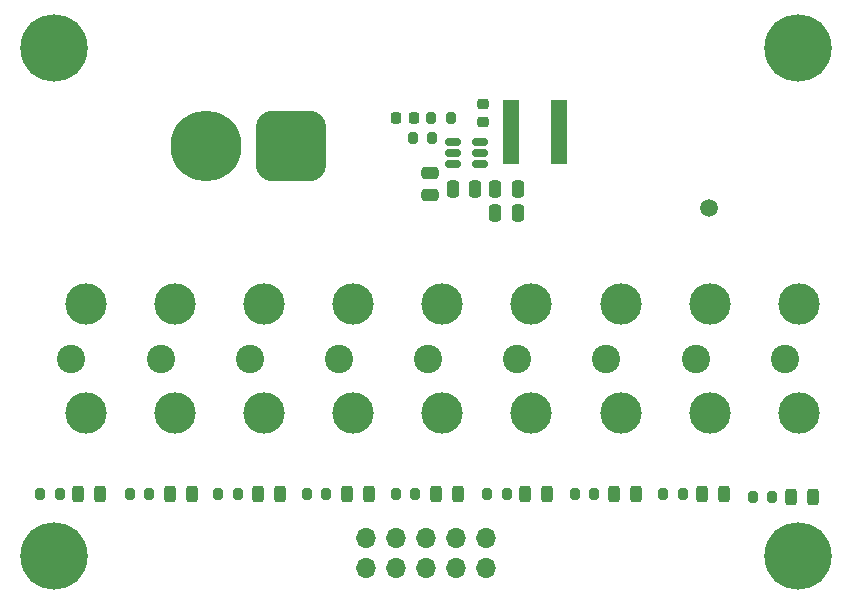
<source format=gbr>
%TF.GenerationSoftware,KiCad,Pcbnew,7.0.11-rc3*%
%TF.CreationDate,2025-03-16T23:27:26+08:00*%
%TF.ProjectId,fuse_box,66757365-5f62-46f7-982e-6b696361645f,rev?*%
%TF.SameCoordinates,Original*%
%TF.FileFunction,Soldermask,Top*%
%TF.FilePolarity,Negative*%
%FSLAX46Y46*%
G04 Gerber Fmt 4.6, Leading zero omitted, Abs format (unit mm)*
G04 Created by KiCad (PCBNEW 7.0.11-rc3) date 2025-03-16 23:27:26*
%MOMM*%
%LPD*%
G01*
G04 APERTURE LIST*
G04 Aperture macros list*
%AMRoundRect*
0 Rectangle with rounded corners*
0 $1 Rounding radius*
0 $2 $3 $4 $5 $6 $7 $8 $9 X,Y pos of 4 corners*
0 Add a 4 corners polygon primitive as box body*
4,1,4,$2,$3,$4,$5,$6,$7,$8,$9,$2,$3,0*
0 Add four circle primitives for the rounded corners*
1,1,$1+$1,$2,$3*
1,1,$1+$1,$4,$5*
1,1,$1+$1,$6,$7*
1,1,$1+$1,$8,$9*
0 Add four rect primitives between the rounded corners*
20,1,$1+$1,$2,$3,$4,$5,0*
20,1,$1+$1,$4,$5,$6,$7,0*
20,1,$1+$1,$6,$7,$8,$9,0*
20,1,$1+$1,$8,$9,$2,$3,0*%
G04 Aperture macros list end*
%ADD10C,5.700000*%
%ADD11RoundRect,0.243750X-0.243750X-0.456250X0.243750X-0.456250X0.243750X0.456250X-0.243750X0.456250X0*%
%ADD12C,2.400000*%
%ADD13C,3.500000*%
%ADD14RoundRect,1.500000X1.500000X1.500000X-1.500000X1.500000X-1.500000X-1.500000X1.500000X-1.500000X0*%
%ADD15C,6.000000*%
%ADD16RoundRect,0.200000X-0.200000X-0.275000X0.200000X-0.275000X0.200000X0.275000X-0.200000X0.275000X0*%
%ADD17RoundRect,0.250000X0.250000X0.475000X-0.250000X0.475000X-0.250000X-0.475000X0.250000X-0.475000X0*%
%ADD18R,1.430000X5.500000*%
%ADD19C,1.500000*%
%ADD20RoundRect,0.250000X-0.250000X-0.475000X0.250000X-0.475000X0.250000X0.475000X-0.250000X0.475000X0*%
%ADD21RoundRect,0.150000X-0.512500X-0.150000X0.512500X-0.150000X0.512500X0.150000X-0.512500X0.150000X0*%
%ADD22RoundRect,0.225000X-0.250000X0.225000X-0.250000X-0.225000X0.250000X-0.225000X0.250000X0.225000X0*%
%ADD23RoundRect,0.225000X-0.225000X-0.250000X0.225000X-0.250000X0.225000X0.250000X-0.225000X0.250000X0*%
%ADD24RoundRect,0.250000X-0.475000X0.250000X-0.475000X-0.250000X0.475000X-0.250000X0.475000X0.250000X0*%
%ADD25O,1.700000X1.700000*%
G04 APERTURE END LIST*
D10*
%TO.C,H3*%
X131300000Y-40100000D03*
%TD*%
D11*
%TO.C,D2*%
X123175000Y-77850000D03*
X125050000Y-77850000D03*
%TD*%
D12*
%TO.C,F6*%
X92430000Y-66400000D03*
D13*
X93630000Y-61800000D03*
X93630000Y-71000000D03*
%TD*%
D14*
%TO.C,J1*%
X88400000Y-48400000D03*
D15*
X81200000Y-48400000D03*
%TD*%
D16*
%TO.C,R9*%
X98675000Y-47750000D03*
X100325000Y-47750000D03*
%TD*%
%TO.C,R7*%
X82225000Y-77850000D03*
X83875000Y-77850000D03*
%TD*%
D12*
%TO.C,F9*%
X69780000Y-66400000D03*
D13*
X70980000Y-61800000D03*
X70980000Y-71000000D03*
%TD*%
D17*
%TO.C,C5*%
X107550000Y-54100000D03*
X105650000Y-54100000D03*
%TD*%
D16*
%TO.C,R1*%
X127475000Y-78100000D03*
X129125000Y-78100000D03*
%TD*%
D12*
%TO.C,F5*%
X99980000Y-66400000D03*
D13*
X101180000Y-61800000D03*
X101180000Y-71000000D03*
%TD*%
D16*
%TO.C,R11*%
X67150000Y-77850000D03*
X68800000Y-77850000D03*
%TD*%
D11*
%TO.C,D7*%
X85550000Y-77850000D03*
X87425000Y-77850000D03*
%TD*%
D12*
%TO.C,F8*%
X77330000Y-66400000D03*
D13*
X78530000Y-61800000D03*
X78530000Y-71000000D03*
%TD*%
D11*
%TO.C,D8*%
X78112500Y-77850000D03*
X79987500Y-77850000D03*
%TD*%
D10*
%TO.C,H1*%
X131300000Y-83100000D03*
%TD*%
D16*
%TO.C,R10*%
X100250000Y-46000000D03*
X101900000Y-46000000D03*
%TD*%
D18*
%TO.C,L1*%
X106980000Y-47200000D03*
X111020000Y-47200000D03*
%TD*%
D11*
%TO.C,D5*%
X100612500Y-77850000D03*
X102487500Y-77850000D03*
%TD*%
D10*
%TO.C,H2*%
X68300000Y-83100000D03*
%TD*%
D19*
%TO.C,TP1*%
X123800000Y-53600000D03*
%TD*%
D20*
%TO.C,C1*%
X102050000Y-52000000D03*
X103950000Y-52000000D03*
%TD*%
D16*
%TO.C,R5*%
X97225000Y-77850000D03*
X98875000Y-77850000D03*
%TD*%
D12*
%TO.C,F1*%
X130180000Y-66400000D03*
D13*
X131380000Y-61800000D03*
X131380000Y-71000000D03*
%TD*%
D11*
%TO.C,D1*%
X130675000Y-78100000D03*
X132550000Y-78100000D03*
%TD*%
D12*
%TO.C,F4*%
X107530000Y-66400000D03*
D13*
X108730000Y-61800000D03*
X108730000Y-71000000D03*
%TD*%
D21*
%TO.C,U1*%
X102100000Y-48050000D03*
X102100000Y-49000000D03*
X102100000Y-49950000D03*
X104375000Y-49950000D03*
X104375000Y-49000000D03*
X104375000Y-48050000D03*
%TD*%
D12*
%TO.C,F7*%
X84880000Y-66400000D03*
D13*
X86080000Y-61800000D03*
X86080000Y-71000000D03*
%TD*%
D16*
%TO.C,R8*%
X74725000Y-77850000D03*
X76375000Y-77850000D03*
%TD*%
D11*
%TO.C,D6*%
X93112500Y-77850000D03*
X94987500Y-77850000D03*
%TD*%
D16*
%TO.C,R3*%
X112400000Y-77850000D03*
X114050000Y-77850000D03*
%TD*%
D12*
%TO.C,F2*%
X122630000Y-66400000D03*
D13*
X123830000Y-61800000D03*
X123830000Y-71000000D03*
%TD*%
D12*
%TO.C,F3*%
X115080000Y-66400000D03*
D13*
X116280000Y-61800000D03*
X116280000Y-71000000D03*
%TD*%
D16*
%TO.C,R2*%
X119900000Y-77850000D03*
X121550000Y-77850000D03*
%TD*%
D17*
%TO.C,C4*%
X107550000Y-52000000D03*
X105650000Y-52000000D03*
%TD*%
D11*
%TO.C,D3*%
X115675000Y-77850000D03*
X117550000Y-77850000D03*
%TD*%
D16*
%TO.C,R6*%
X89725000Y-77850000D03*
X91375000Y-77850000D03*
%TD*%
D22*
%TO.C,C2*%
X104600000Y-44825000D03*
X104600000Y-46375000D03*
%TD*%
D11*
%TO.C,D4*%
X108175000Y-77850000D03*
X110050000Y-77850000D03*
%TD*%
D23*
%TO.C,C3*%
X97225000Y-46000000D03*
X98775000Y-46000000D03*
%TD*%
D16*
%TO.C,R4*%
X104975000Y-77850000D03*
X106625000Y-77850000D03*
%TD*%
D11*
%TO.C,D9*%
X70362500Y-77850000D03*
X72237500Y-77850000D03*
%TD*%
D10*
%TO.C,H4*%
X68300000Y-40100000D03*
%TD*%
D24*
%TO.C,C6*%
X100100000Y-50650000D03*
X100100000Y-52550000D03*
%TD*%
D25*
%TO.C,J3*%
X104875000Y-84100000D03*
X104875000Y-81560000D03*
X102335000Y-84100000D03*
X102335000Y-81560000D03*
X99795000Y-84100000D03*
X99795000Y-81560000D03*
X97255000Y-84100000D03*
X97255000Y-81560000D03*
X94715000Y-84100000D03*
X94715000Y-81560000D03*
%TD*%
M02*

</source>
